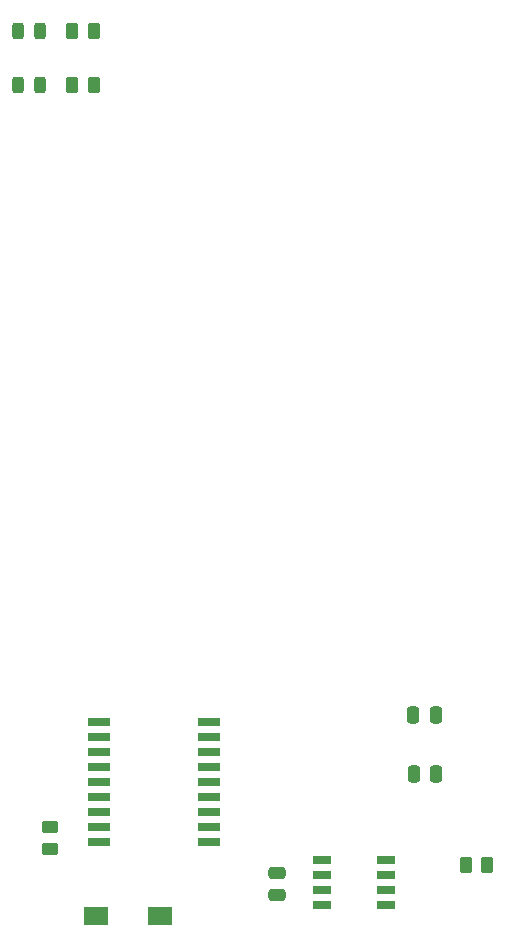
<source format=gbr>
%TF.GenerationSoftware,KiCad,Pcbnew,(6.0.10)*%
%TF.CreationDate,2023-02-10T12:49:52-06:00*%
%TF.ProjectId,lowerArm,6c6f7765-7241-4726-9d2e-6b696361645f,rev?*%
%TF.SameCoordinates,Original*%
%TF.FileFunction,Paste,Top*%
%TF.FilePolarity,Positive*%
%FSLAX46Y46*%
G04 Gerber Fmt 4.6, Leading zero omitted, Abs format (unit mm)*
G04 Created by KiCad (PCBNEW (6.0.10)) date 2023-02-10 12:49:52*
%MOMM*%
%LPD*%
G01*
G04 APERTURE LIST*
G04 Aperture macros list*
%AMRoundRect*
0 Rectangle with rounded corners*
0 $1 Rounding radius*
0 $2 $3 $4 $5 $6 $7 $8 $9 X,Y pos of 4 corners*
0 Add a 4 corners polygon primitive as box body*
4,1,4,$2,$3,$4,$5,$6,$7,$8,$9,$2,$3,0*
0 Add four circle primitives for the rounded corners*
1,1,$1+$1,$2,$3*
1,1,$1+$1,$4,$5*
1,1,$1+$1,$6,$7*
1,1,$1+$1,$8,$9*
0 Add four rect primitives between the rounded corners*
20,1,$1+$1,$2,$3,$4,$5,0*
20,1,$1+$1,$4,$5,$6,$7,0*
20,1,$1+$1,$6,$7,$8,$9,0*
20,1,$1+$1,$8,$9,$2,$3,0*%
G04 Aperture macros list end*
%ADD10RoundRect,0.243750X0.243750X0.456250X-0.243750X0.456250X-0.243750X-0.456250X0.243750X-0.456250X0*%
%ADD11RoundRect,0.250000X-0.262500X-0.450000X0.262500X-0.450000X0.262500X0.450000X-0.262500X0.450000X0*%
%ADD12RoundRect,0.250000X-0.250000X-0.475000X0.250000X-0.475000X0.250000X0.475000X-0.250000X0.475000X0*%
%ADD13R,2.000000X1.600000*%
%ADD14RoundRect,0.250000X-0.475000X0.250000X-0.475000X-0.250000X0.475000X-0.250000X0.475000X0.250000X0*%
%ADD15R,1.525000X0.650000*%
%ADD16RoundRect,0.250000X-0.450000X0.262500X-0.450000X-0.262500X0.450000X-0.262500X0.450000X0.262500X0*%
%ADD17R,1.850000X0.650000*%
G04 APERTURE END LIST*
D10*
%TO.C,CAN*%
X124850000Y-56515000D03*
X122975000Y-56515000D03*
%TD*%
D11*
%TO.C,R3*%
X127572000Y-61087000D03*
X129397000Y-61087000D03*
%TD*%
D12*
%TO.C,C3*%
X156459448Y-114456458D03*
X158359448Y-114456458D03*
%TD*%
D13*
%TO.C,REF\u002A\u002A*%
X129634000Y-131445000D03*
X135034000Y-131445000D03*
%TD*%
D12*
%TO.C,C2*%
X156510248Y-119434858D03*
X158410248Y-119434858D03*
%TD*%
D14*
%TO.C,C1*%
X144912648Y-127781258D03*
X144912648Y-129681258D03*
%TD*%
D15*
%TO.C,U4*%
X148703048Y-126724658D03*
X148703048Y-127994658D03*
X148703048Y-129264658D03*
X148703048Y-130534658D03*
X154127048Y-130534658D03*
X154127048Y-129264658D03*
X154127048Y-127994658D03*
X154127048Y-126724658D03*
%TD*%
D11*
%TO.C,R3*%
X160885500Y-127127000D03*
X162710500Y-127127000D03*
%TD*%
%TO.C,R3*%
X127572000Y-56515000D03*
X129397000Y-56515000D03*
%TD*%
D16*
%TO.C,R2*%
X125730000Y-123928500D03*
X125730000Y-125753500D03*
%TD*%
D17*
%TO.C,U3*%
X139168000Y-125222000D03*
X139168000Y-123952000D03*
X139168000Y-122682000D03*
X139168000Y-121412000D03*
X139168000Y-120142000D03*
X139168000Y-118872000D03*
X139168000Y-117602000D03*
X139168000Y-116332000D03*
X139168000Y-115062000D03*
X129818000Y-115062000D03*
X129818000Y-116332000D03*
X129818000Y-117602000D03*
X129818000Y-118872000D03*
X129818000Y-120142000D03*
X129818000Y-121412000D03*
X129818000Y-122682000D03*
X129818000Y-123952000D03*
X129818000Y-125222000D03*
%TD*%
D10*
%TO.C,REF\u002A\u002A*%
X124850000Y-61087000D03*
X122975000Y-61087000D03*
%TD*%
M02*

</source>
